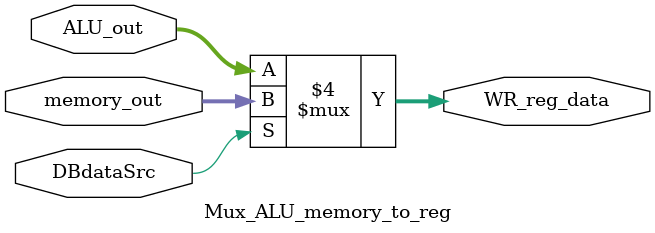
<source format=v>
`timescale 1ns / 1ps


module Mux_ALU_memory_to_reg(
    input DBdataSrc,
    input [31:0] ALU_out,
    input [31:0] memory_out,
    output reg [31:0] WR_reg_data
    );
    
    always@ (*) begin
        if(DBdataSrc == 0)
            WR_reg_data = ALU_out;
        else
            WR_reg_data = memory_out;
    end
endmodule

</source>
